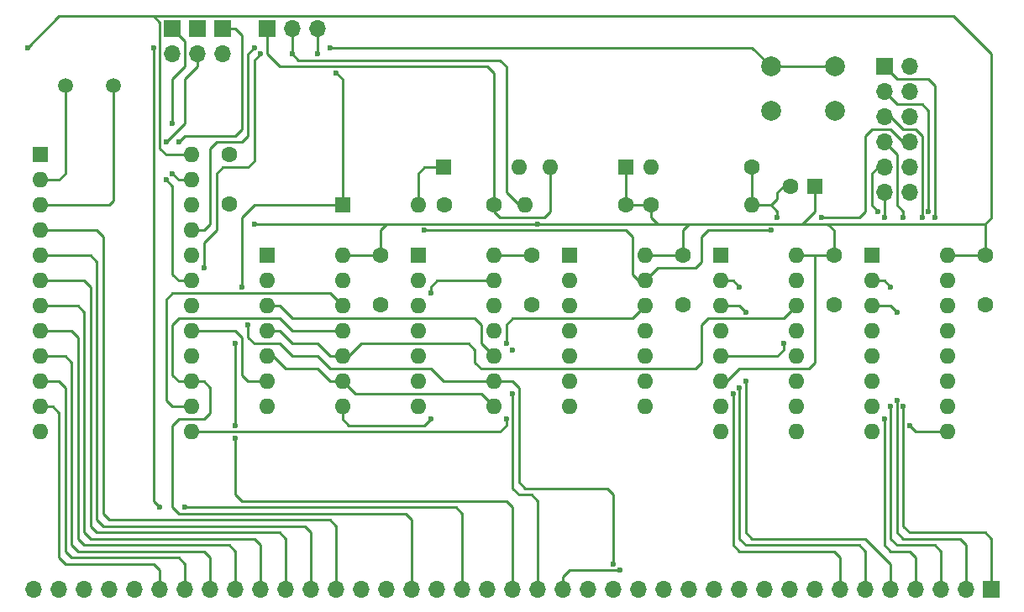
<source format=gtl>
G04 #@! TF.FileFunction,Copper,L1,Top,Signal*
%FSLAX46Y46*%
G04 Gerber Fmt 4.6, Leading zero omitted, Abs format (unit mm)*
G04 Created by KiCad (PCBNEW 4.0.7) date 09/25/19 15:54:21*
%MOMM*%
%LPD*%
G01*
G04 APERTURE LIST*
%ADD10C,0.100000*%
%ADD11C,1.600000*%
%ADD12R,1.700000X1.700000*%
%ADD13O,1.700000X1.700000*%
%ADD14O,1.600000X1.600000*%
%ADD15R,1.600000X1.600000*%
%ADD16C,2.000000*%
%ADD17C,1.500000*%
%ADD18C,0.600000*%
%ADD19C,0.250000*%
G04 APERTURE END LIST*
D10*
D11*
X146685000Y-113665000D03*
X146685000Y-118665000D03*
X116205000Y-103505000D03*
X116205000Y-108505000D03*
X161925000Y-113665000D03*
X161925000Y-118665000D03*
X131445000Y-113665000D03*
X131445000Y-118665000D03*
X192405000Y-113665000D03*
X192405000Y-118665000D03*
X177165000Y-113665000D03*
X177165000Y-118665000D03*
X142875000Y-108585000D03*
X137875000Y-108585000D03*
D12*
X193040000Y-147320000D03*
D13*
X190500000Y-147320000D03*
X187960000Y-147320000D03*
X185420000Y-147320000D03*
X182880000Y-147320000D03*
X180340000Y-147320000D03*
X177800000Y-147320000D03*
X175260000Y-147320000D03*
X172720000Y-147320000D03*
X170180000Y-147320000D03*
X167640000Y-147320000D03*
X165100000Y-147320000D03*
X162560000Y-147320000D03*
X160020000Y-147320000D03*
X157480000Y-147320000D03*
X154940000Y-147320000D03*
X152400000Y-147320000D03*
X149860000Y-147320000D03*
X147320000Y-147320000D03*
X144780000Y-147320000D03*
X142240000Y-147320000D03*
X139700000Y-147320000D03*
X137160000Y-147320000D03*
X134620000Y-147320000D03*
X132080000Y-147320000D03*
X129540000Y-147320000D03*
X127000000Y-147320000D03*
X124460000Y-147320000D03*
X121920000Y-147320000D03*
X119380000Y-147320000D03*
X116840000Y-147320000D03*
X114300000Y-147320000D03*
X111760000Y-147320000D03*
X109220000Y-147320000D03*
X106680000Y-147320000D03*
X104140000Y-147320000D03*
X101600000Y-147320000D03*
X99060000Y-147320000D03*
X96520000Y-147320000D03*
D11*
X156210000Y-108585000D03*
D14*
X146050000Y-108585000D03*
D11*
X158750000Y-108585000D03*
D14*
X168910000Y-108585000D03*
D11*
X168910000Y-104775000D03*
D14*
X158750000Y-104775000D03*
D15*
X180975000Y-113665000D03*
D14*
X188595000Y-131445000D03*
X180975000Y-116205000D03*
X188595000Y-128905000D03*
X180975000Y-118745000D03*
X188595000Y-126365000D03*
X180975000Y-121285000D03*
X188595000Y-123825000D03*
X180975000Y-123825000D03*
X188595000Y-121285000D03*
X180975000Y-126365000D03*
X188595000Y-118745000D03*
X180975000Y-128905000D03*
X188595000Y-116205000D03*
X180975000Y-131445000D03*
X188595000Y-113665000D03*
D15*
X165735000Y-113665000D03*
D14*
X173355000Y-131445000D03*
X165735000Y-116205000D03*
X173355000Y-128905000D03*
X165735000Y-118745000D03*
X173355000Y-126365000D03*
X165735000Y-121285000D03*
X173355000Y-123825000D03*
X165735000Y-123825000D03*
X173355000Y-121285000D03*
X165735000Y-126365000D03*
X173355000Y-118745000D03*
X165735000Y-128905000D03*
X173355000Y-116205000D03*
X165735000Y-131445000D03*
X173355000Y-113665000D03*
D12*
X182245000Y-94615000D03*
D13*
X184785000Y-94615000D03*
X182245000Y-97155000D03*
X184785000Y-97155000D03*
X182245000Y-99695000D03*
X184785000Y-99695000D03*
X182245000Y-102235000D03*
X184785000Y-102235000D03*
X182245000Y-104775000D03*
X184785000Y-104775000D03*
X182245000Y-107315000D03*
X184785000Y-107315000D03*
D15*
X175260000Y-106680000D03*
D11*
X172760000Y-106680000D03*
D15*
X156210000Y-104775000D03*
D14*
X148590000Y-104775000D03*
D15*
X127635000Y-108585000D03*
D14*
X135255000Y-108585000D03*
D15*
X137795000Y-104775000D03*
D14*
X145415000Y-104775000D03*
D12*
X110490000Y-90805000D03*
D13*
X110490000Y-93345000D03*
D12*
X115570000Y-90805000D03*
D13*
X115570000Y-93345000D03*
D12*
X120015000Y-90805000D03*
D13*
X122555000Y-90805000D03*
X125095000Y-90805000D03*
D12*
X113030000Y-90805000D03*
D13*
X113030000Y-93345000D03*
D16*
X170815000Y-99115000D03*
X170815000Y-94615000D03*
X177315000Y-99115000D03*
X177315000Y-94615000D03*
D15*
X135255000Y-113665000D03*
D14*
X142875000Y-128905000D03*
X135255000Y-116205000D03*
X142875000Y-126365000D03*
X135255000Y-118745000D03*
X142875000Y-123825000D03*
X135255000Y-121285000D03*
X142875000Y-121285000D03*
X135255000Y-123825000D03*
X142875000Y-118745000D03*
X135255000Y-126365000D03*
X142875000Y-116205000D03*
X135255000Y-128905000D03*
X142875000Y-113665000D03*
D15*
X97155000Y-103505000D03*
D14*
X112395000Y-131445000D03*
X97155000Y-106045000D03*
X112395000Y-128905000D03*
X97155000Y-108585000D03*
X112395000Y-126365000D03*
X97155000Y-111125000D03*
X112395000Y-123825000D03*
X97155000Y-113665000D03*
X112395000Y-121285000D03*
X97155000Y-116205000D03*
X112395000Y-118745000D03*
X97155000Y-118745000D03*
X112395000Y-116205000D03*
X97155000Y-121285000D03*
X112395000Y-113665000D03*
X97155000Y-123825000D03*
X112395000Y-111125000D03*
X97155000Y-126365000D03*
X112395000Y-108585000D03*
X97155000Y-128905000D03*
X112395000Y-106045000D03*
X97155000Y-131445000D03*
X112395000Y-103505000D03*
D15*
X150495000Y-113665000D03*
D14*
X158115000Y-128905000D03*
X150495000Y-116205000D03*
X158115000Y-126365000D03*
X150495000Y-118745000D03*
X158115000Y-123825000D03*
X150495000Y-121285000D03*
X158115000Y-121285000D03*
X150495000Y-123825000D03*
X158115000Y-118745000D03*
X150495000Y-126365000D03*
X158115000Y-116205000D03*
X150495000Y-128905000D03*
X158115000Y-113665000D03*
D15*
X120015000Y-113665000D03*
D14*
X127635000Y-128905000D03*
X120015000Y-116205000D03*
X127635000Y-126365000D03*
X120015000Y-118745000D03*
X127635000Y-123825000D03*
X120015000Y-121285000D03*
X127635000Y-121285000D03*
X120015000Y-123825000D03*
X127635000Y-118745000D03*
X120015000Y-126365000D03*
X127635000Y-116205000D03*
X120015000Y-128905000D03*
X127635000Y-113665000D03*
D17*
X99695000Y-96520000D03*
X104575000Y-96520000D03*
D18*
X95885000Y-92710000D03*
X155575000Y-145415000D03*
X147320000Y-110490000D03*
X118745000Y-110490000D03*
X183515000Y-119380000D03*
X184150000Y-128905000D03*
X182880000Y-116840000D03*
X183515000Y-128270000D03*
X182880000Y-128905000D03*
X182245000Y-130175000D03*
X168275000Y-119380000D03*
X168275000Y-126365000D03*
X167640000Y-127000000D03*
X167640000Y-116840000D03*
X167005000Y-127635000D03*
X154940000Y-144780000D03*
X118110000Y-120650000D03*
X144780000Y-127635000D03*
X144780000Y-123190000D03*
X182245000Y-109855000D03*
X184785000Y-130810000D03*
X181610000Y-109220000D03*
X184150000Y-109855000D03*
X186055000Y-109855000D03*
X186690000Y-109220000D03*
X187325000Y-109855000D03*
X175895000Y-109855000D03*
X172085000Y-122555000D03*
X116840000Y-130810000D03*
X116840000Y-132080000D03*
X117475000Y-116840000D03*
X116840000Y-122555000D03*
X125095000Y-93345000D03*
X127000000Y-95250000D03*
X135890000Y-111125000D03*
X170815000Y-111125000D03*
X171450000Y-109855000D03*
X110490000Y-105410000D03*
X110490000Y-100330000D03*
X109220000Y-139065000D03*
X108585000Y-92710000D03*
X111760000Y-139065000D03*
X111125000Y-102235000D03*
X113665000Y-114935000D03*
X119380000Y-93345000D03*
X122555000Y-93345000D03*
X109855000Y-102235000D03*
X109855000Y-106045000D03*
X118745000Y-92710000D03*
X126365000Y-92710000D03*
X136525000Y-130175000D03*
X136525000Y-117475000D03*
X144145000Y-122555000D03*
X144145000Y-130175000D03*
D19*
X99695000Y-89535000D02*
X99060000Y-89535000D01*
X99060000Y-89535000D02*
X95885000Y-92710000D01*
X112395000Y-103505000D02*
X109855000Y-103505000D01*
X109220000Y-90170000D02*
X108585000Y-89535000D01*
X109220000Y-102870000D02*
X109220000Y-90170000D01*
X109855000Y-103505000D02*
X109220000Y-102870000D01*
X154305000Y-145415000D02*
X155575000Y-145415000D01*
X149860000Y-146050000D02*
X150495000Y-145415000D01*
X150495000Y-145415000D02*
X154305000Y-145415000D01*
X149860000Y-147320000D02*
X149860000Y-146050000D01*
X192405000Y-113665000D02*
X192405000Y-110490000D01*
X177165000Y-113665000D02*
X177165000Y-111125000D01*
X177165000Y-111125000D02*
X176530000Y-110490000D01*
X161925000Y-113665000D02*
X161925000Y-111125000D01*
X161925000Y-111125000D02*
X162560000Y-110490000D01*
X131445000Y-113665000D02*
X131445000Y-111125000D01*
X131445000Y-111125000D02*
X132080000Y-110490000D01*
X156210000Y-104775000D02*
X156210000Y-108585000D01*
X156210000Y-108585000D02*
X158750000Y-108585000D01*
X147320000Y-110490000D02*
X144780000Y-110490000D01*
X144780000Y-110490000D02*
X132080000Y-110490000D01*
X132080000Y-110490000D02*
X130810000Y-110490000D01*
X158750000Y-108585000D02*
X158750000Y-109855000D01*
X158750000Y-109855000D02*
X159385000Y-110490000D01*
X175260000Y-106680000D02*
X175260000Y-109220000D01*
X175260000Y-109220000D02*
X173990000Y-110490000D01*
X99695000Y-89535000D02*
X108585000Y-89535000D01*
X189230000Y-89535000D02*
X191770000Y-92075000D01*
X193040000Y-93980000D02*
X193040000Y-109855000D01*
X193040000Y-109855000D02*
X192405000Y-110490000D01*
X193040000Y-93345000D02*
X191770000Y-92075000D01*
X193040000Y-93980000D02*
X193040000Y-93345000D01*
X108585000Y-89535000D02*
X189230000Y-89535000D01*
X192405000Y-110490000D02*
X191770000Y-110490000D01*
X178435000Y-110490000D02*
X176530000Y-110490000D01*
X178435000Y-110490000D02*
X191770000Y-110490000D01*
X130810000Y-110490000D02*
X118745000Y-110490000D01*
X161290000Y-110490000D02*
X159385000Y-110490000D01*
X159385000Y-110490000D02*
X147320000Y-110490000D01*
X161290000Y-110490000D02*
X162560000Y-110490000D01*
X162560000Y-110490000D02*
X163195000Y-110490000D01*
X163195000Y-110490000D02*
X173990000Y-110490000D01*
X167640000Y-125095000D02*
X174625000Y-125095000D01*
X175260000Y-124460000D02*
X175260000Y-121920000D01*
X174625000Y-125095000D02*
X175260000Y-124460000D01*
X165735000Y-126365000D02*
X166370000Y-126365000D01*
X166370000Y-126365000D02*
X167640000Y-125095000D01*
X175260000Y-121920000D02*
X175260000Y-113665000D01*
X127635000Y-113665000D02*
X131445000Y-113665000D01*
X146685000Y-113665000D02*
X142875000Y-113665000D01*
X158115000Y-113665000D02*
X161925000Y-113665000D01*
X192405000Y-113665000D02*
X188595000Y-113665000D01*
X173355000Y-113665000D02*
X175260000Y-113665000D01*
X175260000Y-113665000D02*
X177165000Y-113665000D01*
X173990000Y-110490000D02*
X176530000Y-110490000D01*
X183515000Y-119380000D02*
X182880000Y-118745000D01*
X193040000Y-147320000D02*
X193040000Y-142240000D01*
X182880000Y-118745000D02*
X180975000Y-118745000D01*
X184150000Y-140970000D02*
X184150000Y-128905000D01*
X184785000Y-141605000D02*
X184150000Y-140970000D01*
X192405000Y-141605000D02*
X184785000Y-141605000D01*
X193040000Y-142240000D02*
X192405000Y-141605000D01*
X180975000Y-116205000D02*
X182245000Y-116205000D01*
X182245000Y-116205000D02*
X182880000Y-116840000D01*
X190500000Y-147320000D02*
X190500000Y-142875000D01*
X183515000Y-141605000D02*
X183515000Y-128270000D01*
X184150000Y-142240000D02*
X183515000Y-141605000D01*
X189865000Y-142240000D02*
X184150000Y-142240000D01*
X190500000Y-142875000D02*
X189865000Y-142240000D01*
X187960000Y-143510000D02*
X187325000Y-142875000D01*
X187325000Y-142875000D02*
X183515000Y-142875000D01*
X183515000Y-142875000D02*
X182880000Y-142240000D01*
X182880000Y-142240000D02*
X182880000Y-128905000D01*
X187960000Y-147320000D02*
X187960000Y-143510000D01*
X180975000Y-126365000D02*
X181610000Y-126365000D01*
X182245000Y-130175000D02*
X182245000Y-142875000D01*
X182245000Y-142875000D02*
X182880000Y-143510000D01*
X182880000Y-143510000D02*
X184785000Y-143510000D01*
X184785000Y-143510000D02*
X185420000Y-144145000D01*
X185420000Y-144145000D02*
X185420000Y-147320000D01*
X182880000Y-147320000D02*
X182880000Y-144780000D01*
X167640000Y-118745000D02*
X165735000Y-118745000D01*
X168275000Y-119380000D02*
X167640000Y-118745000D01*
X168275000Y-141605000D02*
X168275000Y-126365000D01*
X168910000Y-142240000D02*
X168275000Y-141605000D01*
X180340000Y-142240000D02*
X168910000Y-142240000D01*
X182880000Y-144780000D02*
X180340000Y-142240000D01*
X165735000Y-116205000D02*
X167005000Y-116205000D01*
X180340000Y-143510000D02*
X180340000Y-147320000D01*
X179705000Y-142875000D02*
X180340000Y-143510000D01*
X168275000Y-142875000D02*
X179705000Y-142875000D01*
X167640000Y-142240000D02*
X168275000Y-142875000D01*
X167640000Y-127000000D02*
X167640000Y-142240000D01*
X167005000Y-116205000D02*
X167640000Y-116840000D01*
X177800000Y-147320000D02*
X177800000Y-144145000D01*
X167005000Y-142875000D02*
X167005000Y-127635000D01*
X167640000Y-143510000D02*
X167005000Y-142875000D01*
X177165000Y-143510000D02*
X167640000Y-143510000D01*
X177800000Y-144145000D02*
X177165000Y-143510000D01*
X144145000Y-126365000D02*
X144780000Y-126365000D01*
X145415000Y-136525000D02*
X146050000Y-137160000D01*
X145415000Y-127000000D02*
X145415000Y-136525000D01*
X144780000Y-126365000D02*
X145415000Y-127000000D01*
X154940000Y-137795000D02*
X154940000Y-138430000D01*
X154305000Y-137160000D02*
X154940000Y-137795000D01*
X153670000Y-137160000D02*
X154305000Y-137160000D01*
X146050000Y-137160000D02*
X153670000Y-137160000D01*
X144145000Y-126365000D02*
X142875000Y-126365000D01*
X154940000Y-144780000D02*
X154940000Y-138430000D01*
X142875000Y-126365000D02*
X137795000Y-126365000D01*
X137795000Y-126365000D02*
X136525000Y-125095000D01*
X122555000Y-123825000D02*
X125095000Y-123825000D01*
X125095000Y-123825000D02*
X126365000Y-125095000D01*
X120015000Y-122555000D02*
X118745000Y-122555000D01*
X122555000Y-123825000D02*
X121285000Y-122555000D01*
X121285000Y-122555000D02*
X120015000Y-122555000D01*
X128905000Y-125095000D02*
X126365000Y-125095000D01*
X136525000Y-125095000D02*
X128905000Y-125095000D01*
X118110000Y-121920000D02*
X118110000Y-120650000D01*
X118745000Y-122555000D02*
X118110000Y-121920000D01*
X144780000Y-137160000D02*
X144780000Y-127635000D01*
X145415000Y-137795000D02*
X144780000Y-137160000D01*
X147320000Y-138430000D02*
X146685000Y-137795000D01*
X147320000Y-147320000D02*
X147320000Y-138430000D01*
X146685000Y-137795000D02*
X145415000Y-137795000D01*
X114300000Y-140335000D02*
X104140000Y-140335000D01*
X127000000Y-140970000D02*
X126365000Y-140335000D01*
X126365000Y-140335000D02*
X114300000Y-140335000D01*
X127000000Y-147320000D02*
X127000000Y-140970000D01*
X102870000Y-111125000D02*
X103505000Y-111760000D01*
X103505000Y-111760000D02*
X103505000Y-126365000D01*
X102870000Y-111125000D02*
X97155000Y-111125000D01*
X103505000Y-139700000D02*
X103505000Y-126365000D01*
X104140000Y-140335000D02*
X103505000Y-139700000D01*
X102870000Y-124460000D02*
X102870000Y-140335000D01*
X123825000Y-140970000D02*
X113665000Y-140970000D01*
X124460000Y-141605000D02*
X123825000Y-140970000D01*
X124460000Y-147320000D02*
X124460000Y-141605000D01*
X102870000Y-114935000D02*
X102870000Y-124460000D01*
X101600000Y-113665000D02*
X97155000Y-113665000D01*
X102870000Y-114300000D02*
X102235000Y-113665000D01*
X102235000Y-113665000D02*
X101600000Y-113665000D01*
X102870000Y-114935000D02*
X102870000Y-114300000D01*
X103505000Y-140970000D02*
X113665000Y-140970000D01*
X102870000Y-140335000D02*
X103505000Y-140970000D01*
X113030000Y-141605000D02*
X102870000Y-141605000D01*
X121285000Y-141605000D02*
X113030000Y-141605000D01*
X121920000Y-142240000D02*
X121285000Y-141605000D01*
X121920000Y-147320000D02*
X121920000Y-142240000D01*
X101600000Y-116205000D02*
X97155000Y-116205000D01*
X102235000Y-116840000D02*
X101600000Y-116205000D01*
X102235000Y-140970000D02*
X102235000Y-116840000D01*
X102870000Y-141605000D02*
X102235000Y-140970000D01*
X97155000Y-118745000D02*
X100965000Y-118745000D01*
X119380000Y-142875000D02*
X118745000Y-142240000D01*
X118745000Y-142240000D02*
X112395000Y-142240000D01*
X119380000Y-142875000D02*
X119380000Y-147320000D01*
X102235000Y-142240000D02*
X112395000Y-142240000D01*
X101600000Y-141605000D02*
X102235000Y-142240000D01*
X101600000Y-119380000D02*
X101600000Y-141605000D01*
X100965000Y-118745000D02*
X101600000Y-119380000D01*
X111760000Y-142875000D02*
X101600000Y-142875000D01*
X116840000Y-143510000D02*
X116205000Y-142875000D01*
X116205000Y-142875000D02*
X111760000Y-142875000D01*
X116840000Y-147320000D02*
X116840000Y-143510000D01*
X100330000Y-121285000D02*
X97155000Y-121285000D01*
X100965000Y-121920000D02*
X100330000Y-121285000D01*
X100965000Y-142240000D02*
X100965000Y-121920000D01*
X101600000Y-142875000D02*
X100965000Y-142240000D01*
X97155000Y-123825000D02*
X99695000Y-123825000D01*
X114300000Y-144145000D02*
X113665000Y-143510000D01*
X113665000Y-143510000D02*
X111125000Y-143510000D01*
X114300000Y-144145000D02*
X114300000Y-147320000D01*
X100965000Y-143510000D02*
X111125000Y-143510000D01*
X100330000Y-142875000D02*
X100965000Y-143510000D01*
X100330000Y-124460000D02*
X100330000Y-142875000D01*
X99695000Y-123825000D02*
X100330000Y-124460000D01*
X110490000Y-144145000D02*
X100330000Y-144145000D01*
X111760000Y-144780000D02*
X111125000Y-144145000D01*
X111125000Y-144145000D02*
X110490000Y-144145000D01*
X111760000Y-147320000D02*
X111760000Y-144780000D01*
X99060000Y-126365000D02*
X97155000Y-126365000D01*
X99695000Y-127000000D02*
X99060000Y-126365000D01*
X99695000Y-143510000D02*
X99695000Y-127000000D01*
X100330000Y-144145000D02*
X99695000Y-143510000D01*
X97155000Y-128905000D02*
X98425000Y-128905000D01*
X109220000Y-145415000D02*
X109220000Y-147320000D01*
X108585000Y-144780000D02*
X109220000Y-145415000D01*
X99695000Y-144780000D02*
X108585000Y-144780000D01*
X99060000Y-144145000D02*
X99695000Y-144780000D01*
X99060000Y-129540000D02*
X99060000Y-144145000D01*
X98425000Y-128905000D02*
X99060000Y-129540000D01*
X182245000Y-107315000D02*
X182245000Y-109855000D01*
X182245000Y-107315000D02*
X182245000Y-107950000D01*
X188595000Y-131445000D02*
X185420000Y-131445000D01*
X185420000Y-131445000D02*
X184785000Y-130810000D01*
X180975000Y-105410000D02*
X181610000Y-104775000D01*
X180975000Y-108585000D02*
X180975000Y-105410000D01*
X181610000Y-109220000D02*
X180975000Y-108585000D01*
X181610000Y-104775000D02*
X182245000Y-104775000D01*
X183515000Y-108585000D02*
X183515000Y-107950000D01*
X184150000Y-109220000D02*
X183515000Y-108585000D01*
X184150000Y-109855000D02*
X184150000Y-109220000D01*
X182245000Y-102235000D02*
X183515000Y-103505000D01*
X183515000Y-103505000D02*
X183515000Y-107950000D01*
X182245000Y-99695000D02*
X182880000Y-99695000D01*
X182880000Y-99695000D02*
X184150000Y-100965000D01*
X186055000Y-101600000D02*
X186055000Y-109855000D01*
X185420000Y-100965000D02*
X186055000Y-101600000D01*
X184150000Y-100965000D02*
X185420000Y-100965000D01*
X183515000Y-98425000D02*
X182245000Y-97155000D01*
X186055000Y-98425000D02*
X183515000Y-98425000D01*
X186690000Y-99060000D02*
X186055000Y-98425000D01*
X186690000Y-109220000D02*
X186690000Y-99060000D01*
X183515000Y-95885000D02*
X182245000Y-94615000D01*
X186690000Y-95885000D02*
X183515000Y-95885000D01*
X187325000Y-96520000D02*
X186690000Y-95885000D01*
X187325000Y-109855000D02*
X187325000Y-96520000D01*
X181610000Y-100965000D02*
X180975000Y-100965000D01*
X171450000Y-123825000D02*
X172085000Y-123190000D01*
X165735000Y-123825000D02*
X171450000Y-123825000D01*
X172085000Y-123190000D02*
X172085000Y-122555000D01*
X175895000Y-109855000D02*
X179070000Y-109855000D01*
X182880000Y-100965000D02*
X181610000Y-100965000D01*
X182880000Y-100965000D02*
X184150000Y-102235000D01*
X179705000Y-109855000D02*
X179070000Y-109855000D01*
X180340000Y-109220000D02*
X179705000Y-109855000D01*
X180340000Y-101600000D02*
X180340000Y-109220000D01*
X180975000Y-100965000D02*
X180340000Y-101600000D01*
X184785000Y-102235000D02*
X184150000Y-102235000D01*
X118745000Y-108585000D02*
X117475000Y-109855000D01*
X117475000Y-109855000D02*
X117475000Y-116840000D01*
X127635000Y-108585000D02*
X118745000Y-108585000D01*
X144780000Y-139065000D02*
X144780000Y-147320000D01*
X144145000Y-138430000D02*
X144780000Y-139065000D01*
X117475000Y-138430000D02*
X144145000Y-138430000D01*
X116840000Y-137795000D02*
X117475000Y-138430000D01*
X116840000Y-122555000D02*
X116840000Y-130810000D01*
X116840000Y-132080000D02*
X116840000Y-137795000D01*
X127635000Y-108585000D02*
X127635000Y-95885000D01*
X125095000Y-93345000D02*
X125095000Y-90805000D01*
X127635000Y-95885000D02*
X127000000Y-95250000D01*
X142875000Y-108585000D02*
X142875000Y-95250000D01*
X120015000Y-93345000D02*
X121285000Y-94615000D01*
X121285000Y-94615000D02*
X126365000Y-94615000D01*
X120015000Y-93345000D02*
X120015000Y-90805000D01*
X142240000Y-94615000D02*
X126365000Y-94615000D01*
X142875000Y-95250000D02*
X142240000Y-94615000D01*
X142875000Y-108585000D02*
X142875000Y-109220000D01*
X142875000Y-109220000D02*
X143510000Y-109855000D01*
X143510000Y-109855000D02*
X147955000Y-109855000D01*
X147955000Y-109855000D02*
X148590000Y-109220000D01*
X148590000Y-109220000D02*
X148590000Y-104775000D01*
X158115000Y-116205000D02*
X157480000Y-116205000D01*
X157480000Y-116205000D02*
X156845000Y-115570000D01*
X156210000Y-111125000D02*
X135890000Y-111125000D01*
X156845000Y-111760000D02*
X156210000Y-111125000D01*
X156845000Y-115570000D02*
X156845000Y-111760000D01*
X135255000Y-108585000D02*
X135255000Y-105410000D01*
X135890000Y-104775000D02*
X137795000Y-104775000D01*
X135255000Y-105410000D02*
X135890000Y-104775000D01*
X168910000Y-104775000D02*
X168910000Y-108585000D01*
X171450000Y-109855000D02*
X171450000Y-109220000D01*
X159385000Y-114935000D02*
X163195000Y-114935000D01*
X163195000Y-114935000D02*
X163830000Y-114300000D01*
X163830000Y-114300000D02*
X163830000Y-111760000D01*
X163830000Y-111760000D02*
X164465000Y-111125000D01*
X164465000Y-111125000D02*
X170815000Y-111125000D01*
X158115000Y-116205000D02*
X159385000Y-114935000D01*
X171450000Y-109220000D02*
X170815000Y-108585000D01*
X172760000Y-106680000D02*
X172085000Y-106680000D01*
X172085000Y-106680000D02*
X171450000Y-107315000D01*
X171450000Y-107315000D02*
X171450000Y-107950000D01*
X171450000Y-107950000D02*
X170815000Y-108585000D01*
X170815000Y-108585000D02*
X168910000Y-108585000D01*
X112395000Y-106045000D02*
X111125000Y-106045000D01*
X111760000Y-92075000D02*
X110490000Y-90805000D01*
X111760000Y-94615000D02*
X111760000Y-92075000D01*
X110490000Y-95885000D02*
X111760000Y-94615000D01*
X110490000Y-100330000D02*
X110490000Y-95885000D01*
X111125000Y-106045000D02*
X110490000Y-105410000D01*
X108585000Y-138430000D02*
X109220000Y-139065000D01*
X108585000Y-92710000D02*
X108585000Y-138430000D01*
X139700000Y-147320000D02*
X139700000Y-139700000D01*
X139065000Y-139065000D02*
X111760000Y-139065000D01*
X139700000Y-139700000D02*
X139065000Y-139065000D01*
X127635000Y-121285000D02*
X122555000Y-121285000D01*
X122555000Y-121285000D02*
X121285000Y-120015000D01*
X110490000Y-135255000D02*
X110490000Y-139065000D01*
X111125000Y-139700000D02*
X114935000Y-139700000D01*
X110490000Y-139065000D02*
X111125000Y-139700000D01*
X127000000Y-139700000D02*
X114935000Y-139700000D01*
X113665000Y-126365000D02*
X112395000Y-126365000D01*
X114300000Y-127000000D02*
X113665000Y-126365000D01*
X114300000Y-129540000D02*
X114300000Y-127000000D01*
X113665000Y-130175000D02*
X114300000Y-129540000D01*
X111125000Y-130175000D02*
X113665000Y-130175000D01*
X110490000Y-130810000D02*
X111125000Y-130175000D01*
X110490000Y-135255000D02*
X110490000Y-130810000D01*
X114935000Y-120015000D02*
X121285000Y-120015000D01*
X111125000Y-126365000D02*
X110490000Y-125730000D01*
X110490000Y-125730000D02*
X110490000Y-120650000D01*
X110490000Y-120650000D02*
X111125000Y-120015000D01*
X111125000Y-120015000D02*
X114935000Y-120015000D01*
X112395000Y-126365000D02*
X111125000Y-126365000D01*
X134620000Y-140335000D02*
X133985000Y-139700000D01*
X133985000Y-139700000D02*
X127635000Y-139700000D01*
X134620000Y-140335000D02*
X134620000Y-147320000D01*
X127635000Y-139700000D02*
X127000000Y-139700000D01*
X117475000Y-100965000D02*
X117475000Y-99695000D01*
X116840000Y-101600000D02*
X117475000Y-100965000D01*
X111760000Y-101600000D02*
X116840000Y-101600000D01*
X111125000Y-102235000D02*
X111760000Y-101600000D01*
X116840000Y-90805000D02*
X115570000Y-90805000D01*
X117475000Y-91440000D02*
X116840000Y-90805000D01*
X117475000Y-99695000D02*
X117475000Y-91440000D01*
X113665000Y-114935000D02*
X113665000Y-112395000D01*
X113665000Y-112395000D02*
X114935000Y-111125000D01*
X114935000Y-111125000D02*
X114935000Y-105410000D01*
X114935000Y-105410000D02*
X115570000Y-104775000D01*
X115570000Y-104775000D02*
X118110000Y-104775000D01*
X118110000Y-104775000D02*
X118745000Y-104140000D01*
X118745000Y-104140000D02*
X118745000Y-93980000D01*
X118745000Y-93980000D02*
X119380000Y-93345000D01*
X122555000Y-90805000D02*
X122555000Y-93345000D01*
X144145000Y-107315000D02*
X145415000Y-108585000D01*
X144145000Y-94615000D02*
X144145000Y-107315000D01*
X143510000Y-93980000D02*
X144145000Y-94615000D01*
X123190000Y-93980000D02*
X143510000Y-93980000D01*
X122555000Y-93345000D02*
X123190000Y-93980000D01*
X145415000Y-108585000D02*
X146050000Y-108585000D01*
X112395000Y-116205000D02*
X111125000Y-116205000D01*
X113030000Y-94615000D02*
X113030000Y-93345000D01*
X111760000Y-95885000D02*
X113030000Y-94615000D01*
X111760000Y-100330000D02*
X111760000Y-95885000D01*
X109855000Y-102235000D02*
X111760000Y-100330000D01*
X110490000Y-106680000D02*
X109855000Y-106045000D01*
X110490000Y-115570000D02*
X110490000Y-106680000D01*
X111125000Y-116205000D02*
X110490000Y-115570000D01*
X114300000Y-105410000D02*
X114300000Y-102870000D01*
X117475000Y-102235000D02*
X118110000Y-101600000D01*
X114935000Y-102235000D02*
X117475000Y-102235000D01*
X114300000Y-102870000D02*
X114935000Y-102235000D01*
X112395000Y-111125000D02*
X113665000Y-111125000D01*
X118110000Y-101600000D02*
X118110000Y-100330000D01*
X114300000Y-110490000D02*
X114300000Y-105410000D01*
X113665000Y-111125000D02*
X114300000Y-110490000D01*
X118110000Y-93345000D02*
X118745000Y-92710000D01*
X118110000Y-100330000D02*
X118110000Y-93345000D01*
X170815000Y-94615000D02*
X177315000Y-94615000D01*
X160020000Y-92710000D02*
X168910000Y-92710000D01*
X126365000Y-92710000D02*
X160020000Y-92710000D01*
X168910000Y-92710000D02*
X170815000Y-94615000D01*
X121920000Y-125095000D02*
X125095000Y-125095000D01*
X125095000Y-125095000D02*
X126365000Y-126365000D01*
X127635000Y-126365000D02*
X126365000Y-126365000D01*
X127635000Y-126365000D02*
X128905000Y-127635000D01*
X141605000Y-127635000D02*
X142875000Y-128905000D01*
X128905000Y-127635000D02*
X141605000Y-127635000D01*
X120015000Y-123825000D02*
X120650000Y-123825000D01*
X120650000Y-123825000D02*
X121920000Y-125095000D01*
X129540000Y-120015000D02*
X140970000Y-120015000D01*
X141605000Y-120650000D02*
X141605000Y-122555000D01*
X140970000Y-120015000D02*
X141605000Y-120650000D01*
X142875000Y-123825000D02*
X141605000Y-122555000D01*
X120015000Y-118745000D02*
X121285000Y-118745000D01*
X121285000Y-118745000D02*
X122555000Y-120015000D01*
X122555000Y-120015000D02*
X129540000Y-120015000D01*
X142875000Y-116205000D02*
X137160000Y-116205000D01*
X127635000Y-130175000D02*
X127635000Y-128905000D01*
X128270000Y-130810000D02*
X127635000Y-130175000D01*
X135890000Y-130810000D02*
X128270000Y-130810000D01*
X136525000Y-130175000D02*
X135890000Y-130810000D01*
X136525000Y-116840000D02*
X136525000Y-117475000D01*
X137160000Y-116205000D02*
X136525000Y-116840000D01*
X112395000Y-131445000D02*
X117475000Y-131445000D01*
X156845000Y-120015000D02*
X144780000Y-120015000D01*
X144780000Y-120015000D02*
X144145000Y-120650000D01*
X144145000Y-120650000D02*
X144145000Y-122555000D01*
X144145000Y-130175000D02*
X144145000Y-130810000D01*
X144145000Y-130810000D02*
X143510000Y-131445000D01*
X143510000Y-131445000D02*
X117475000Y-131445000D01*
X156845000Y-120015000D02*
X158115000Y-118745000D01*
X97155000Y-106045000D02*
X99060000Y-106045000D01*
X99695000Y-105410000D02*
X99695000Y-96520000D01*
X99060000Y-106045000D02*
X99695000Y-105410000D01*
X112395000Y-128905000D02*
X110490000Y-128905000D01*
X126365000Y-117475000D02*
X127635000Y-118745000D01*
X110490000Y-117475000D02*
X126365000Y-117475000D01*
X109855000Y-118110000D02*
X110490000Y-117475000D01*
X109855000Y-128270000D02*
X109855000Y-118110000D01*
X110490000Y-128905000D02*
X109855000Y-128270000D01*
X97155000Y-108585000D02*
X104140000Y-108585000D01*
X104575000Y-108150000D02*
X104575000Y-96520000D01*
X104140000Y-108585000D02*
X104575000Y-108150000D01*
X120015000Y-126365000D02*
X118110000Y-126365000D01*
X117475000Y-121920000D02*
X116840000Y-121285000D01*
X117475000Y-125730000D02*
X117475000Y-121920000D01*
X118110000Y-126365000D02*
X117475000Y-125730000D01*
X112395000Y-121285000D02*
X116840000Y-121285000D01*
X140970000Y-123825000D02*
X140970000Y-124460000D01*
X129540000Y-122555000D02*
X140335000Y-122555000D01*
X140335000Y-122555000D02*
X140970000Y-123190000D01*
X140970000Y-123190000D02*
X140970000Y-123825000D01*
X128270000Y-123825000D02*
X129540000Y-122555000D01*
X172085000Y-120015000D02*
X173355000Y-118745000D01*
X164465000Y-120015000D02*
X172085000Y-120015000D01*
X163830000Y-120650000D02*
X164465000Y-120015000D01*
X163830000Y-124460000D02*
X163830000Y-120650000D01*
X163195000Y-125095000D02*
X163830000Y-124460000D01*
X141605000Y-125095000D02*
X163195000Y-125095000D01*
X140970000Y-124460000D02*
X141605000Y-125095000D01*
X127635000Y-123825000D02*
X128270000Y-123825000D01*
X127635000Y-123825000D02*
X126365000Y-123825000D01*
X126365000Y-123825000D02*
X125095000Y-122555000D01*
X120015000Y-121285000D02*
X121285000Y-121285000D01*
X122555000Y-122555000D02*
X125095000Y-122555000D01*
X121285000Y-121285000D02*
X122555000Y-122555000D01*
X120015000Y-121285000D02*
X120650000Y-121285000D01*
M02*

</source>
